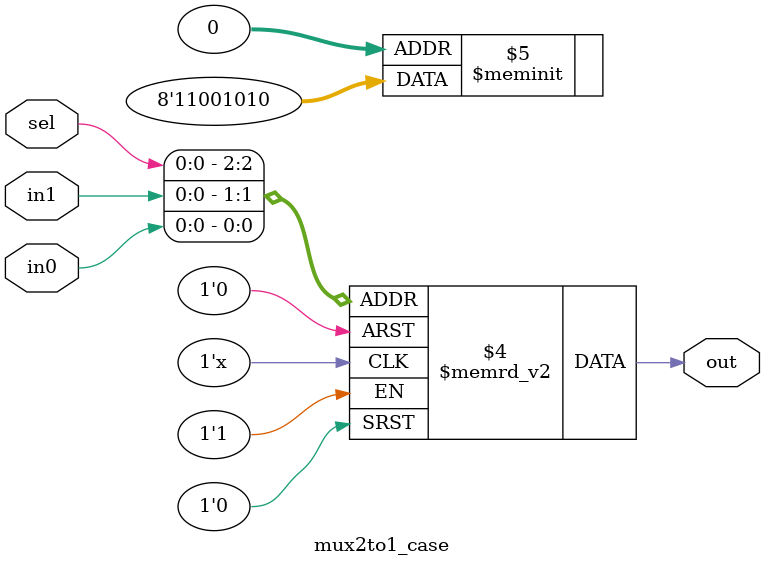
<source format=v>
module  mux2to1_cond( out,
                      in0,
                      in1,
                      sel);
                      
output    out                   ;
input     in0                   ;
input     in1                   ;
input     sel                   ;

assign  out = (sel)? in1 : in0  ;

endmodule


module  mux2to1_if( out, in0, in1, sel);

output    out                   ;
input     in0                   ;
input     in1                   ;
input     sel                   ;

reg       out                   ;

always @(in0, in1, sel) begin
  if(sel == 1'b0) begin
    out = in0 ;
  end else begin
    out = in1;
  end
end
endmodule


module  mux2to1_case( out,
                      in0,
                      in1,
                      sel);
                      
output    out                   ;
input     in0                   ;
input     in1                   ;
input     sel                   ;

reg       out                   ;
always @(in0, in1, sel) begin
  case({sel, in1, in0})
    3'b000 : {out} = 1'b0;
    3'b001 : {out} = 1'b1;
    3'b010 : {out} = 1'b0;
    3'b011 : {out} = 1'b1;
    3'b100 : {out} = 1'b0;
    3'b101 : {out} = 1'b0;
    3'b110 : {out} = 1'b1;
    3'b111 : {out} = 1'b1;
  endcase
end
endmodule
    

</source>
